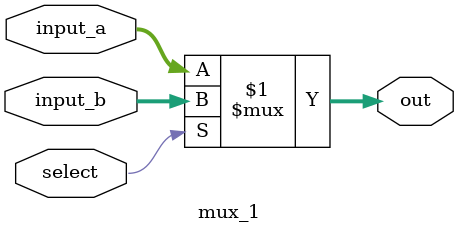
<source format=v>
module mux_1(
    input[31:0] input_a,
    input[31:0] input_b,
    input select,
    output [31:0] out
);
    assign out = (select) ? input_b : input_a;
endmodule
</source>
